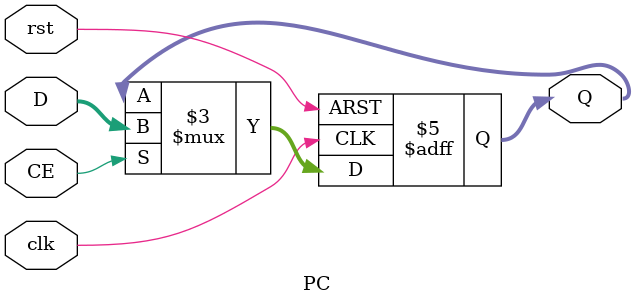
<source format=v>
module PC(
    input clk,
    input rst,
    input CE,
    input [31:0] D,
    output reg [31:0] Q
);
    
initial Q = 32'b0;  

always @(posedge clk or posedge rst) begin
    if (rst) begin
        Q <= 32'b0;
    end
    else if (CE) begin
        Q <= D;
    end
end

endmodule
</source>
